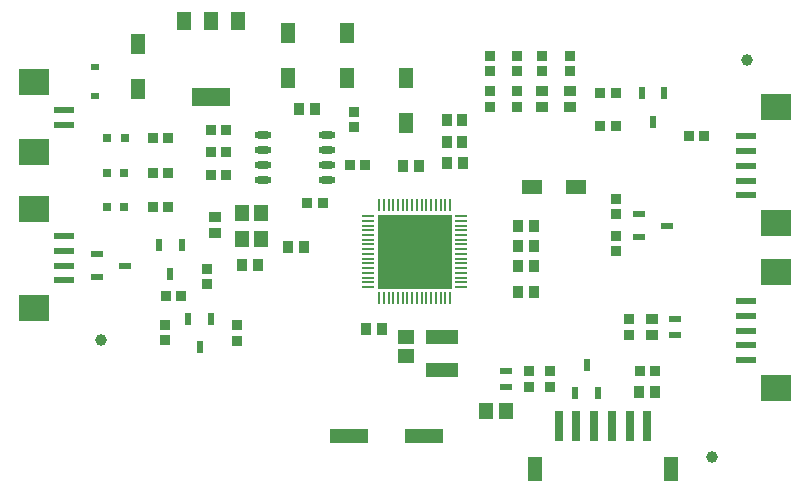
<source format=gtp>
G04*
G04 #@! TF.GenerationSoftware,Altium Limited,Altium Designer,25.4.2 (15)*
G04*
G04 Layer_Color=8421504*
%FSLAX44Y44*%
%MOMM*%
G71*
G04*
G04 #@! TF.SameCoordinates,2757192E-E8AF-4120-B63B-14C5750386C4*
G04*
G04*
G04 #@! TF.FilePolarity,Positive*
G04*
G01*
G75*
%ADD17O,1.4500X0.6000*%
%ADD18R,0.8000X0.8000*%
%ADD19R,2.5000X2.2000*%
%ADD20R,1.7000X0.6000*%
%ADD21R,0.8500X0.9500*%
%ADD22R,0.6000X1.0000*%
%ADD23R,1.0000X0.9000*%
%ADD24R,1.2000X1.4000*%
%ADD25R,0.9500X0.8500*%
%ADD26R,6.2500X6.2500*%
%ADD27R,0.2000X1.0500*%
%ADD28R,1.0500X0.2000*%
%ADD29R,0.9000X1.0000*%
%ADD30R,1.4000X1.3000*%
%ADD31R,3.3000X1.3000*%
%ADD32C,1.0000*%
%ADD33R,0.6900X0.5600*%
%ADD34R,1.1500X1.3500*%
%ADD35R,1.3000X1.8000*%
%ADD36R,1.0000X0.6000*%
%ADD37R,1.2000X2.0000*%
%ADD38R,0.7500X2.5000*%
%ADD39R,1.2000X1.6000*%
%ADD40R,3.3000X1.6000*%
%ADD41R,1.8000X1.3000*%
%ADD42R,2.7000X1.3000*%
D17*
X283250Y271950D02*
D03*
Y284650D02*
D03*
Y297350D02*
D03*
Y310050D02*
D03*
X228750Y271950D02*
D03*
Y284650D02*
D03*
Y297350D02*
D03*
Y310050D02*
D03*
D18*
X96521Y277780D02*
D03*
X111521D02*
D03*
X112021Y306780D02*
D03*
X97021D02*
D03*
X96521Y248780D02*
D03*
X111521D02*
D03*
D19*
X663000Y235250D02*
D03*
Y333500D02*
D03*
Y95750D02*
D03*
Y194000D02*
D03*
X35000Y163250D02*
D03*
Y247250D02*
D03*
Y354250D02*
D03*
Y295250D02*
D03*
D20*
X638000Y258500D02*
D03*
Y271000D02*
D03*
Y283500D02*
D03*
Y296000D02*
D03*
Y308500D02*
D03*
Y119000D02*
D03*
Y131500D02*
D03*
Y144000D02*
D03*
Y156500D02*
D03*
Y169000D02*
D03*
X60000Y186500D02*
D03*
Y199000D02*
D03*
Y211500D02*
D03*
Y224000D02*
D03*
Y331000D02*
D03*
Y318500D02*
D03*
D21*
X602559Y309000D02*
D03*
X589559D02*
D03*
X514500Y345000D02*
D03*
X527500D02*
D03*
X527500Y317000D02*
D03*
X514500D02*
D03*
X279500Y252000D02*
D03*
X266500D02*
D03*
X315128Y284508D02*
D03*
X302128D02*
D03*
X197500Y295000D02*
D03*
X184500D02*
D03*
X197500Y276000D02*
D03*
X184500D02*
D03*
X184500Y314000D02*
D03*
X197500D02*
D03*
X159500Y173000D02*
D03*
X146500D02*
D03*
X135521Y248780D02*
D03*
X148521D02*
D03*
Y306780D02*
D03*
X135521D02*
D03*
Y277780D02*
D03*
X148521D02*
D03*
X560851Y110100D02*
D03*
X547851D02*
D03*
D22*
X160010Y216257D02*
D03*
X141010D02*
D03*
X150510Y192257D02*
D03*
X568500Y345000D02*
D03*
X549500D02*
D03*
X559000Y321000D02*
D03*
X184686Y154083D02*
D03*
X165686D02*
D03*
X175186Y130083D02*
D03*
X502830Y114910D02*
D03*
X512330Y90910D02*
D03*
X493330D02*
D03*
D23*
X188000Y240000D02*
D03*
Y226500D02*
D03*
X558000Y153750D02*
D03*
Y140250D02*
D03*
X489000Y333312D02*
D03*
Y346813D02*
D03*
X465000Y333312D02*
D03*
Y346813D02*
D03*
D24*
X211000Y244000D02*
D03*
X227000D02*
D03*
X211000Y222000D02*
D03*
X227000D02*
D03*
D25*
X181300Y183284D02*
D03*
Y196283D02*
D03*
X306000Y316500D02*
D03*
Y329500D02*
D03*
X146000Y149000D02*
D03*
Y136000D02*
D03*
X207000Y148500D02*
D03*
Y135500D02*
D03*
X472040Y109500D02*
D03*
Y96500D02*
D03*
X444000Y346562D02*
D03*
Y333563D02*
D03*
X528000Y211500D02*
D03*
Y224500D02*
D03*
X444000Y363563D02*
D03*
Y376562D02*
D03*
X421000Y363563D02*
D03*
Y376562D02*
D03*
X528000Y255500D02*
D03*
Y242500D02*
D03*
X421000Y333563D02*
D03*
Y346562D02*
D03*
X454000Y96497D02*
D03*
Y109497D02*
D03*
X539000Y153500D02*
D03*
Y140500D02*
D03*
X489000Y363563D02*
D03*
Y376562D02*
D03*
X465000Y363563D02*
D03*
Y376562D02*
D03*
D26*
X357183Y211000D02*
D03*
D27*
X387183Y171750D02*
D03*
X383183Y171750D02*
D03*
X379183Y171750D02*
D03*
X375183Y171750D02*
D03*
X371183D02*
D03*
X367183Y171750D02*
D03*
X363183Y171750D02*
D03*
X359183Y171750D02*
D03*
X355183Y171750D02*
D03*
X351183Y171750D02*
D03*
X347183D02*
D03*
X343183D02*
D03*
X339183Y171750D02*
D03*
X335183Y171750D02*
D03*
X331183D02*
D03*
X327183D02*
D03*
Y250250D02*
D03*
X331183Y250250D02*
D03*
X335183Y250250D02*
D03*
X339183D02*
D03*
X343183Y250250D02*
D03*
X347183Y250250D02*
D03*
X351183D02*
D03*
X355183Y250250D02*
D03*
X359183Y250250D02*
D03*
X363183Y250250D02*
D03*
X367183D02*
D03*
X371183D02*
D03*
X375183D02*
D03*
X379183D02*
D03*
X383183Y250250D02*
D03*
X387183Y250250D02*
D03*
D28*
X317933Y181000D02*
D03*
X317933Y185000D02*
D03*
X317933Y189000D02*
D03*
X317933Y193000D02*
D03*
Y197000D02*
D03*
Y201000D02*
D03*
X317933Y205000D02*
D03*
X317933Y209000D02*
D03*
X317933Y213000D02*
D03*
X317933Y217000D02*
D03*
X317933Y221000D02*
D03*
X317933Y225000D02*
D03*
Y229000D02*
D03*
X317933Y233000D02*
D03*
X317933Y237000D02*
D03*
X317933Y241000D02*
D03*
X396433Y241000D02*
D03*
Y237000D02*
D03*
X396433Y233000D02*
D03*
X396433Y229000D02*
D03*
Y225000D02*
D03*
X396433Y221000D02*
D03*
X396433Y217000D02*
D03*
X396433Y213000D02*
D03*
X396433Y209000D02*
D03*
Y205000D02*
D03*
Y201000D02*
D03*
X396433Y197000D02*
D03*
Y193000D02*
D03*
X396433Y189000D02*
D03*
Y185000D02*
D03*
X396433Y181000D02*
D03*
D29*
X272868Y331340D02*
D03*
X259368D02*
D03*
X329750Y145000D02*
D03*
X316250D02*
D03*
X457933Y216000D02*
D03*
X444433D02*
D03*
X457933Y177000D02*
D03*
X444433D02*
D03*
X457933Y199000D02*
D03*
X444433D02*
D03*
X547601Y92060D02*
D03*
X561101D02*
D03*
X211083Y199710D02*
D03*
X224583D02*
D03*
X397750Y304040D02*
D03*
X384250D02*
D03*
X250250Y215000D02*
D03*
X263750D02*
D03*
X397750Y322080D02*
D03*
X384250D02*
D03*
X457933Y233000D02*
D03*
X444433D02*
D03*
X384433Y286000D02*
D03*
X397933D02*
D03*
X360750Y283000D02*
D03*
X347250D02*
D03*
D30*
X350040Y122911D02*
D03*
Y138911D02*
D03*
D31*
X301528Y55000D02*
D03*
X365528D02*
D03*
D32*
X639000Y373000D02*
D03*
X609000Y37000D02*
D03*
X92000Y136000D02*
D03*
D33*
X87000Y367000D02*
D03*
Y342600D02*
D03*
D34*
X417250Y76000D02*
D03*
X434750D02*
D03*
D35*
X300000Y358000D02*
D03*
Y396000D02*
D03*
X350000Y358000D02*
D03*
Y320000D02*
D03*
X250000Y358000D02*
D03*
Y396000D02*
D03*
X123000Y387000D02*
D03*
Y349000D02*
D03*
D36*
X578000Y140300D02*
D03*
Y153700D02*
D03*
X88000Y208500D02*
D03*
Y189500D02*
D03*
X112000Y199000D02*
D03*
X434793Y96300D02*
D03*
Y109700D02*
D03*
X571000Y233000D02*
D03*
X547000Y223500D02*
D03*
Y242500D02*
D03*
D37*
X574251Y26500D02*
D03*
X459251D02*
D03*
D38*
X554251Y63000D02*
D03*
X539251D02*
D03*
X524251D02*
D03*
X509251D02*
D03*
X494251D02*
D03*
X479251D02*
D03*
D39*
X208000Y406000D02*
D03*
X185000D02*
D03*
X162000D02*
D03*
D40*
X185000Y342000D02*
D03*
D41*
X494183Y266000D02*
D03*
X456183D02*
D03*
D42*
X380181Y110945D02*
D03*
Y138945D02*
D03*
M02*

</source>
